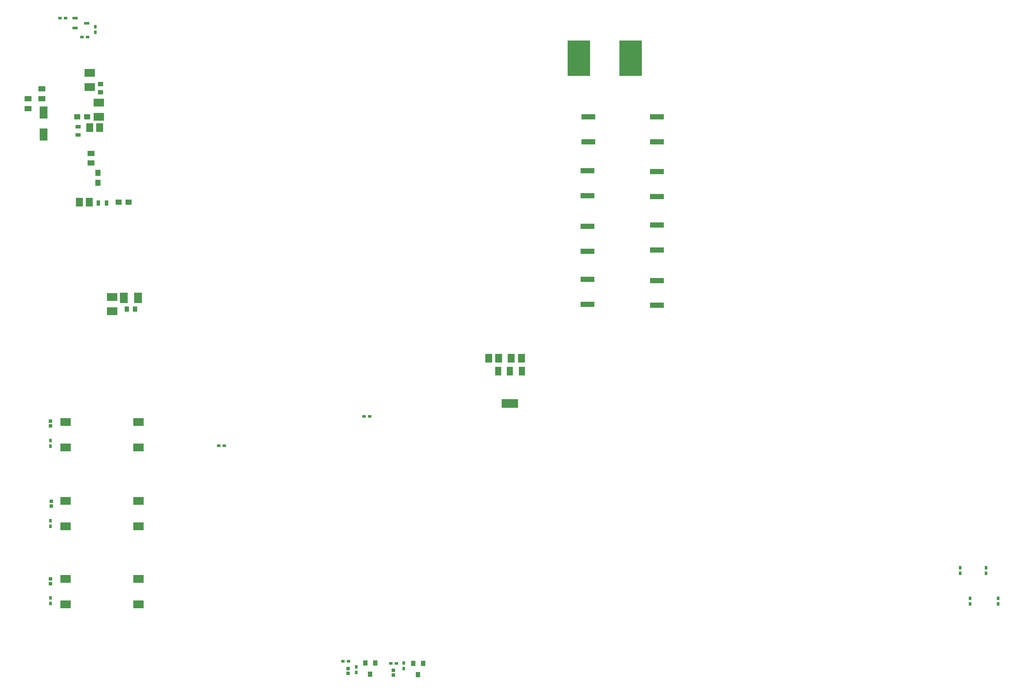
<source format=gtp>
G04*
G04 #@! TF.GenerationSoftware,Altium Limited,Altium Designer,20.2.4 (192)*
G04*
G04 Layer_Color=8421504*
%FSLAX24Y24*%
%MOIN*%
G70*
G04*
G04 #@! TF.SameCoordinates,88804F16-18CD-4051-863E-DBC97BB31399*
G04*
G04*
G04 #@! TF.FilePolarity,Positive*
G04*
G01*
G75*
%ADD17R,0.0630X0.0965*%
%ADD18R,0.0571X0.0394*%
%ADD19R,0.0315X0.0394*%
%ADD20R,0.0252X0.0256*%
%ADD21R,0.0811X0.0638*%
%ADD22R,0.0236X0.0276*%
%ADD23R,0.0354X0.0394*%
%ADD24R,0.0638X0.0811*%
%ADD25R,0.0567X0.0654*%
%ADD26R,0.0472X0.0413*%
%ADD27R,0.0413X0.0472*%
%ADD28R,0.0276X0.0236*%
%ADD29R,0.0394X0.0236*%
%ADD30R,0.0335X0.0433*%
%ADD31R,0.0394X0.0354*%
%ADD32R,0.0394X0.0315*%
%ADD33R,0.0787X0.0591*%
%ADD34R,0.1260X0.0689*%
%ADD35R,0.0472X0.0689*%
%ADD36R,0.1063X0.0413*%
%ADD37R,0.1772X0.2756*%
D17*
X1761Y48847D02*
D03*
Y47154D02*
D03*
D18*
X579Y49154D02*
D03*
Y49902D02*
D03*
X1654Y49921D02*
D03*
Y50669D02*
D03*
X5443Y45679D02*
D03*
Y44931D02*
D03*
D19*
X5996Y41855D02*
D03*
X6626D02*
D03*
D20*
X25321Y5486D02*
D03*
Y5850D02*
D03*
X28821Y5340D02*
D03*
Y5704D02*
D03*
X2321Y24964D02*
D03*
Y24600D02*
D03*
X2371Y18764D02*
D03*
Y18400D02*
D03*
X2321Y12764D02*
D03*
Y12400D02*
D03*
D21*
X7078Y33484D02*
D03*
Y34586D02*
D03*
X5331Y51902D02*
D03*
Y50800D02*
D03*
X6035Y48500D02*
D03*
Y49602D02*
D03*
D22*
X73386Y10846D02*
D03*
Y11280D02*
D03*
X72598Y13209D02*
D03*
Y13642D02*
D03*
X74606D02*
D03*
Y13209D02*
D03*
X75551Y10846D02*
D03*
Y11280D02*
D03*
X25945Y5967D02*
D03*
Y5533D02*
D03*
X5771Y55033D02*
D03*
Y55467D02*
D03*
X2321Y23033D02*
D03*
Y23467D02*
D03*
Y16833D02*
D03*
Y17267D02*
D03*
Y10883D02*
D03*
Y11317D02*
D03*
X29621Y6267D02*
D03*
Y5833D02*
D03*
D23*
X8209Y33647D02*
D03*
X8839D02*
D03*
D24*
X9085Y34498D02*
D03*
X7982D02*
D03*
D25*
X4528Y41919D02*
D03*
X5307D02*
D03*
X6114Y47674D02*
D03*
X5335D02*
D03*
X36951Y29850D02*
D03*
X36171D02*
D03*
X37921D02*
D03*
X38701D02*
D03*
D26*
X7579Y41890D02*
D03*
X8327D02*
D03*
X4387Y48515D02*
D03*
X5135D02*
D03*
D27*
X5974Y44163D02*
D03*
Y43415D02*
D03*
D28*
X3488Y56150D02*
D03*
X3055D02*
D03*
X25338Y6406D02*
D03*
X24905D02*
D03*
X15738Y23069D02*
D03*
X15305D02*
D03*
X29038Y6250D02*
D03*
X28605D02*
D03*
X26988Y25350D02*
D03*
X26555D02*
D03*
X4755Y54688D02*
D03*
X5188D02*
D03*
D29*
X5121Y55750D02*
D03*
X4216Y56124D02*
D03*
Y55376D02*
D03*
D30*
X27393Y6283D02*
D03*
X26645D02*
D03*
X27019Y5417D02*
D03*
X30721Y5367D02*
D03*
X30347Y6233D02*
D03*
X31095D02*
D03*
D31*
X6181Y51030D02*
D03*
Y50400D02*
D03*
D32*
X4435Y47120D02*
D03*
Y47750D02*
D03*
D33*
X9121Y22950D02*
D03*
X3491D02*
D03*
X9121Y24918D02*
D03*
X3491D02*
D03*
X9121Y16850D02*
D03*
X3491D02*
D03*
X9121Y18819D02*
D03*
X3491D02*
D03*
X9121Y10800D02*
D03*
X3491D02*
D03*
X9121Y12768D02*
D03*
X3491D02*
D03*
D34*
X37821Y26350D02*
D03*
D35*
X36916Y28830D02*
D03*
X37821D02*
D03*
X38727D02*
D03*
D36*
X43859Y48515D02*
D03*
Y46586D02*
D03*
X49160Y48511D02*
D03*
Y46582D02*
D03*
X43809Y44332D02*
D03*
Y42402D02*
D03*
X49160Y44266D02*
D03*
Y42336D02*
D03*
X43809Y40037D02*
D03*
Y38108D02*
D03*
X49160Y40148D02*
D03*
Y38219D02*
D03*
X43798Y35923D02*
D03*
Y33994D02*
D03*
X49160Y35855D02*
D03*
Y33926D02*
D03*
D37*
X47146Y53051D02*
D03*
X43130D02*
D03*
M02*

</source>
